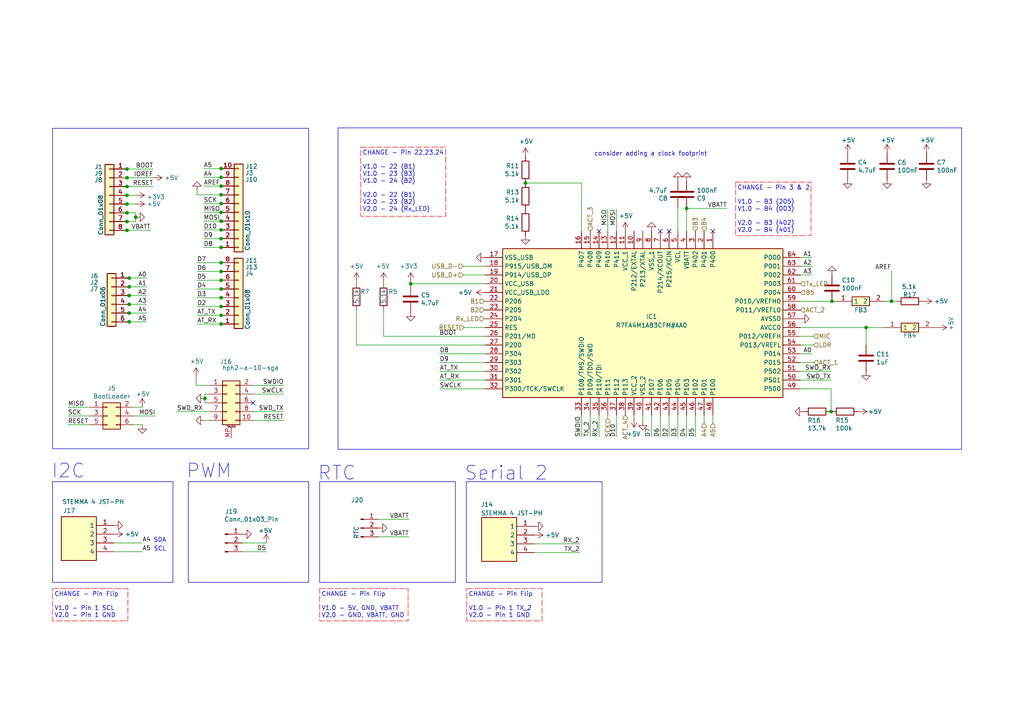
<source format=kicad_sch>
(kicad_sch (version 20231120) (generator "eeschema") (generator_version "8.0")
  (paper "A4")
  (title_block (title "Axiometa SPARK (R4) - MCU") (date "2024-06-25") (rev "R2") (company "Axiometa "))
  (lib_symbols
    (symbol "BLM18PG471SN1D:BLM18PG471SN1D"
      (property "Reference" "FB" (at 16.51 7.62 0))
      (property "Value" "BLM18PG471SN1D" (at 16.51 5.08 0))
      (symbol "BLM18PG471SN1D_1_1"
        (rectangle (start 5.08 1.27) (end 10.16 -1.27) (stroke (width 0.254)) (fill (type background)))
        (pin passive line (at 0 0 0) (length 5.08) (name "1") (number "1"))
        (pin passive line (at 15.24 0 180) (length 5.08) (name "2") (number "2"))
      )
    )
    (symbol "BLM18PG471SN1D_1"
      (property "Reference" "FB" (at 16.51 7.62 0))
      (property "Value" "BLM18PG471SN1D" (at 16.51 5.08 0))
      (symbol "BLM18PG471SN1D_1_1_1"
        (rectangle (start 5.08 1.27) (end 10.16 -1.27) (stroke (width 0.254)) (fill (type background)))
        (pin passive line (at 0 0 0) (length 5.08) (name "1") (number "1"))
        (pin passive line (at 15.24 0 180) (length 5.08) (name "2") (number "2"))
      )
    )
    (symbol "Connector:Conn_01x03_Pin" (pin_names (offset 1.016) hide)
      (property "Reference" "J" (at 0 5.08 0))
      (property "Value" "Conn_01x03_Pin" (at 0 -5.08 0))
      (symbol "Conn_01x03_Pin_1_1"
        (polyline (pts (xy 1.27 -2.54) (xy 0.8636 -2.54)) (stroke (width 0.1524)))
        (polyline (pts (xy 1.27 0) (xy 0.8636 0)) (stroke (width 0.1524)))
        (polyline (pts (xy 1.27 2.54) (xy 0.8636 2.54)) (stroke (width 0.1524)))
        (rectangle (start 0.8636 -2.413) (end 0 -2.667) (stroke (width 0.1524)) (fill (type outline)))
        (rectangle (start 0.8636 0.127) (end 0 -0.127) (stroke (width 0.1524)) (fill (type outline)))
        (rectangle (start 0.8636 2.667) (end 0 2.413) (stroke (width 0.1524)) (fill (type outline)))
        (pin passive line (at 5.08 2.54 180) (length 3.81) (name "Pin_1") (number "1"))
        (pin passive line (at 5.08 0 180) (length 3.81) (name "Pin_2") (number "2"))
        (pin passive line (at 5.08 -2.54 180) (length 3.81) (name "Pin_3") (number "3"))
      )
    )
    (symbol "Connector_Generic:Conn_01x06" (pin_names (offset 1.016) hide)
      (property "Reference" "J" (at 0 7.62 0))
      (property "Value" "Conn_01x06" (at 0 -10.16 0))
      (symbol "Conn_01x06_1_1"
        (rectangle (start -1.27 -7.493) (end 0 -7.747) (stroke (width 0.1524)))
        (rectangle (start -1.27 -4.953) (end 0 -5.207) (stroke (width 0.1524)))
        (rectangle (start -1.27 -2.413) (end 0 -2.667) (stroke (width 0.1524)))
        (rectangle (start -1.27 0.127) (end 0 -0.127) (stroke (width 0.1524)))
        (rectangle (start -1.27 2.667) (end 0 2.413) (stroke (width 0.1524)))
        (rectangle (start -1.27 5.207) (end 0 4.953) (stroke (width 0.1524)))
        (rectangle (start -1.27 6.35) (end 1.27 -8.89) (stroke (width 0.254)) (fill (type background)))
        (pin passive line (at -5.08 5.08 0) (length 3.81) (name "Pin_1") (number "1"))
        (pin passive line (at -5.08 2.54 0) (length 3.81) (name "Pin_2") (number "2"))
        (pin passive line (at -5.08 0 0) (length 3.81) (name "Pin_3") (number "3"))
        (pin passive line (at -5.08 -2.54 0) (length 3.81) (name "Pin_4") (number "4"))
        (pin passive line (at -5.08 -5.08 0) (length 3.81) (name "Pin_5") (number "5"))
        (pin passive line (at -5.08 -7.62 0) (length 3.81) (name "Pin_6") (number "6"))
      )
    )
    (symbol "Connector_Generic:Conn_01x08" (pin_names (offset 1.016) hide)
      (property "Reference" "J" (at 0 10.16 0))
      (property "Value" "Conn_01x08" (at 0 -12.7 0))
      (symbol "Conn_01x08_1_1"
        (rectangle (start -1.27 -10.033) (end 0 -10.287) (stroke (width 0.1524)))
        (rectangle (start -1.27 -7.493) (end 0 -7.747) (stroke (width 0.1524)))
        (rectangle (start -1.27 -4.953) (end 0 -5.207) (stroke (width 0.1524)))
        (rectangle (start -1.27 -2.413) (end 0 -2.667) (stroke (width 0.1524)))
        (rectangle (start -1.27 0.127) (end 0 -0.127) (stroke (width 0.1524)))
        (rectangle (start -1.27 2.667) (end 0 2.413) (stroke (width 0.1524)))
        (rectangle (start -1.27 5.207) (end 0 4.953) (stroke (width 0.1524)))
        (rectangle (start -1.27 7.747) (end 0 7.493) (stroke (width 0.1524)))
        (rectangle (start -1.27 8.89) (end 1.27 -11.43) (stroke (width 0.254)) (fill (type background)))
        (pin passive line (at -5.08 7.62 0) (length 3.81) (name "Pin_1") (number "1"))
        (pin passive line (at -5.08 5.08 0) (length 3.81) (name "Pin_2") (number "2"))
        (pin passive line (at -5.08 2.54 0) (length 3.81) (name "Pin_3") (number "3"))
        (pin passive line (at -5.08 0 0) (length 3.81) (name "Pin_4") (number "4"))
        (pin passive line (at -5.08 -2.54 0) (length 3.81) (name "Pin_5") (number "5"))
        (pin passive line (at -5.08 -5.08 0) (length 3.81) (name "Pin_6") (number "6"))
        (pin passive line (at -5.08 -7.62 0) (length 3.81) (name "Pin_7") (number "7"))
        (pin passive line (at -5.08 -10.16 0) (length 3.81) (name "Pin_8") (number "8"))
      )
    )
    (symbol "Connector_Generic:Conn_01x10" (pin_names (offset 1.016) hide)
      (property "Reference" "J" (at 0 12.7 0))
      (property "Value" "Conn_01x10" (at 0 -15.24 0))
      (symbol "Conn_01x10_1_1"
        (rectangle (start -1.27 -12.573) (end 0 -12.827) (stroke (width 0.1524)))
        (rectangle (start -1.27 -10.033) (end 0 -10.287) (stroke (width 0.1524)))
        (rectangle (start -1.27 -7.493) (end 0 -7.747) (stroke (width 0.1524)))
        (rectangle (start -1.27 -4.953) (end 0 -5.207) (stroke (width 0.1524)))
        (rectangle (start -1.27 -2.413) (end 0 -2.667) (stroke (width 0.1524)))
        (rectangle (start -1.27 0.127) (end 0 -0.127) (stroke (width 0.1524)))
        (rectangle (start -1.27 2.667) (end 0 2.413) (stroke (width 0.1524)))
        (rectangle (start -1.27 5.207) (end 0 4.953) (stroke (width 0.1524)))
        (rectangle (start -1.27 7.747) (end 0 7.493) (stroke (width 0.1524)))
        (rectangle (start -1.27 10.287) (end 0 10.033) (stroke (width 0.1524)))
        (rectangle (start -1.27 11.43) (end 1.27 -13.97) (stroke (width 0.254)) (fill (type background)))
        (pin passive line (at -5.08 10.16 0) (length 3.81) (name "Pin_1") (number "1"))
        (pin passive line (at -5.08 -12.7 0) (length 3.81) (name "Pin_10") (number "10"))
        (pin passive line (at -5.08 7.62 0) (length 3.81) (name "Pin_2") (number "2"))
        (pin passive line (at -5.08 5.08 0) (length 3.81) (name "Pin_3") (number "3"))
        (pin passive line (at -5.08 2.54 0) (length 3.81) (name "Pin_4") (number "4"))
        (pin passive line (at -5.08 0 0) (length 3.81) (name "Pin_5") (number "5"))
        (pin passive line (at -5.08 -2.54 0) (length 3.81) (name "Pin_6") (number "6"))
        (pin passive line (at -5.08 -5.08 0) (length 3.81) (name "Pin_7") (number "7"))
        (pin passive line (at -5.08 -7.62 0) (length 3.81) (name "Pin_8") (number "8"))
        (pin passive line (at -5.08 -10.16 0) (length 3.81) (name "Pin_9") (number "9"))
      )
    )
    (symbol "Connector_Generic:Conn_02x03_Odd_Even" (pin_names (offset 1.016) hide)
      (property "Reference" "J" (at 1.27 5.08 0))
      (property "Value" "Conn_02x03_Odd_Even" (at 1.27 -5.08 0))
      (symbol "Conn_02x03_Odd_Even_1_1"
        (rectangle (start -1.27 -2.413) (end 0 -2.667) (stroke (width 0.1524)))
        (rectangle (start -1.27 0.127) (end 0 -0.127) (stroke (width 0.1524)))
        (rectangle (start -1.27 2.667) (end 0 2.413) (stroke (width 0.1524)))
        (rectangle (start -1.27 3.81) (end 3.81 -3.81) (stroke (width 0.254)) (fill (type background)))
        (rectangle (start 3.81 -2.413) (end 2.54 -2.667) (stroke (width 0.1524)))
        (rectangle (start 3.81 0.127) (end 2.54 -0.127) (stroke (width 0.1524)))
        (rectangle (start 3.81 2.667) (end 2.54 2.413) (stroke (width 0.1524)))
        (pin passive line (at -5.08 2.54 0) (length 3.81) (name "Pin_1") (number "1"))
        (pin passive line (at 7.62 2.54 180) (length 3.81) (name "Pin_2") (number "2"))
        (pin passive line (at -5.08 0 0) (length 3.81) (name "Pin_3") (number "3"))
        (pin passive line (at 7.62 0 180) (length 3.81) (name "Pin_4") (number "4"))
        (pin passive line (at -5.08 -2.54 0) (length 3.81) (name "Pin_5") (number "5"))
        (pin passive line (at 7.62 -2.54 180) (length 3.81) (name "Pin_6") (number "6"))
      )
    )
    (symbol "Connector_Generic_MountingPin:Conn_02x05_Odd_Even_MountingPin" (pin_names (offset 1.016) hide)
      (property "Reference" "J" (at 1.27 7.62 0))
      (property "Value" "Conn_02x05_Odd_Even_MountingPin" (at 2.54 -7.62 0))
      (symbol "Conn_02x05_Odd_Even_MountingPin_1_1"
        (rectangle (start -1.27 -4.953) (end 0 -5.207) (stroke (width 0.1524)))
        (rectangle (start -1.27 -2.413) (end 0 -2.667) (stroke (width 0.1524)))
        (rectangle (start -1.27 0.127) (end 0 -0.127) (stroke (width 0.1524)))
        (rectangle (start -1.27 2.667) (end 0 2.413) (stroke (width 0.1524)))
        (rectangle (start -1.27 5.207) (end 0 4.953) (stroke (width 0.1524)))
        (rectangle (start -1.27 6.35) (end 3.81 -6.35) (stroke (width 0.254)) (fill (type background)))
        (polyline (pts (xy 0.254 -7.112) (xy 2.286 -7.112)) (stroke (width 0.1524)))
        (rectangle (start 3.81 -4.953) (end 2.54 -5.207) (stroke (width 0.1524)))
        (rectangle (start 3.81 -2.413) (end 2.54 -2.667) (stroke (width 0.1524)))
        (rectangle (start 3.81 0.127) (end 2.54 -0.127) (stroke (width 0.1524)))
        (rectangle (start 3.81 2.667) (end 2.54 2.413) (stroke (width 0.1524)))
        (rectangle (start 3.81 5.207) (end 2.54 4.953) (stroke (width 0.1524)))
        (text "Mounting" (at 1.27 -6.731 0) (effects (font (size 0.381 0.381))))
        (pin passive line (at -5.08 5.08 0) (length 3.81) (name "Pin_1") (number "1"))
        (pin passive line (at 7.62 -5.08 180) (length 3.81) (name "Pin_10") (number "10"))
        (pin passive line (at 7.62 5.08 180) (length 3.81) (name "Pin_2") (number "2"))
        (pin passive line (at -5.08 2.54 0) (length 3.81) (name "Pin_3") (number "3"))
        (pin passive line (at 7.62 2.54 180) (length 3.81) (name "Pin_4") (number "4"))
        (pin passive line (at -5.08 0 0) (length 3.81) (name "Pin_5") (number "5"))
        (pin passive line (at 7.62 0 180) (length 3.81) (name "Pin_6") (number "6"))
        (pin passive line (at -5.08 -2.54 0) (length 3.81) (name "Pin_7") (number "7"))
        (pin passive line (at 7.62 -2.54 180) (length 3.81) (name "Pin_8") (number "8"))
        (pin passive line (at -5.08 -5.08 0) (length 3.81) (name "Pin_9") (number "9"))
        (pin passive line (at 1.27 -10.16 90) (length 3.048) (name "MountPin") (number "MP"))
      )
    )
    (symbol "Device:C" (pin_numbers hide) (pin_names (offset 0.254))
      (property "Reference" "C" (at 0.635 2.54 0))
      (property "Value" "C" (at 0.635 -2.54 0))
      (symbol "C_0_1"
        (polyline (pts (xy -2.032 -0.762) (xy 2.032 -0.762)) (stroke (width 0.508)))
        (polyline (pts (xy -2.032 0.762) (xy 2.032 0.762)) (stroke (width 0.508)))
      )
      (symbol "C_1_1"
        (pin passive line (at 0 3.81 270) (length 2.794) (name "~") (number "1"))
        (pin passive line (at 0 -3.81 90) (length 2.794) (name "~") (number "2"))
      )
    )
    (symbol "Device:R" (pin_numbers hide) (pin_names (offset 0))
      (property "Reference" "R" (at 2.032 0 90))
      (property "Value" "R" (at 0 0 90))
      (symbol "R_0_1"
        (rectangle (start -1.016 -2.54) (end 1.016 2.54) (stroke (width 0.254)))
      )
      (symbol "R_1_1"
        (pin passive line (at 0 3.81 270) (length 1.27) (name "~") (number "1"))
        (pin passive line (at 0 -3.81 90) (length 1.27) (name "~") (number "2"))
      )
    )
    (symbol "R7FA4M1AB3CFM#AA0:R7FA4M1AB3CFM#AA0"
      (property "Reference" "IC" (at 49.53 25.4 0))
      (property "Value" "R7FA4M1AB3CFM#AA0" (at 49.53 22.86 0))
      (symbol "R7FA4M1AB3CFM#AA0_1_1"
        (rectangle (start 5.08 20.32) (end 48.26 -60.96) (stroke (width 0.254)) (fill (type background)))
        (pin passive line (at 0 0 0) (length 5.08) (name "P400") (number "1"))
        (pin passive line (at 0 -22.86 0) (length 5.08) (name "P212/EXTAL") (number "10"))
        (pin passive line (at 0 -25.4 0) (length 5.08) (name "VCC_1") (number "11"))
        (pin passive line (at 0 -27.94 0) (length 5.08) (name "P411") (number "12"))
        (pin passive line (at 0 -30.48 0) (length 5.08) (name "P410") (number "13"))
        (pin passive line (at 0 -33.02 0) (length 5.08) (name "P409") (number "14"))
        (pin passive line (at 0 -35.56 0) (length 5.08) (name "P408") (number "15"))
        (pin passive line (at 0 -38.1 0) (length 5.08) (name "P407") (number "16"))
        (pin passive line (at 7.62 -66.04 90) (length 5.08) (name "VSS_USB") (number "17"))
        (pin passive line (at 10.16 -66.04 90) (length 5.08) (name "P915/USB_DM") (number "18"))
        (pin passive line (at 12.7 -66.04 90) (length 5.08) (name "P914/USB_DP") (number "19"))
        (pin passive line (at 0 -2.54 0) (length 5.08) (name "P401") (number "2"))
        (pin passive line (at 15.24 -66.04 90) (length 5.08) (name "VCC_USB") (number "20"))
        (pin passive line (at 17.78 -66.04 90) (length 5.08) (name "VCC_USB_LDO") (number "21"))
        (pin passive line (at 20.32 -66.04 90) (length 5.08) (name "P206") (number "22"))
        (pin passive line (at 22.86 -66.04 90) (length 5.08) (name "P205") (number "23"))
        (pin passive line (at 25.4 -66.04 90) (length 5.08) (name "P204") (number "24"))
        (pin passive line (at 27.94 -66.04 90) (length 5.08) (name "RES") (number "25"))
        (pin passive line (at 30.48 -66.04 90) (length 5.08) (name "P201/MD") (number "26"))
        (pin passive line (at 33.02 -66.04 90) (length 5.08) (name "P200") (number "27"))
        (pin passive line (at 35.56 -66.04 90) (length 5.08) (name "P304") (number "28"))
        (pin passive line (at 38.1 -66.04 90) (length 5.08) (name "P303") (number "29"))
        (pin passive line (at 0 -5.08 0) (length 5.08) (name "P402") (number "3"))
        (pin passive line (at 40.64 -66.04 90) (length 5.08) (name "P302") (number "30"))
        (pin passive line (at 43.18 -66.04 90) (length 5.08) (name "P301") (number "31"))
        (pin passive line (at 45.72 -66.04 90) (length 5.08) (name "P300/TCK/SWCLK") (number "32"))
        (pin passive line (at 53.34 -38.1 180) (length 5.08) (name "P108/TMS/SWDIO") (number "33"))
        (pin passive line (at 53.34 -35.56 180) (length 5.08) (name "P109/TDO/SWO") (number "34"))
        (pin passive line (at 53.34 -33.02 180) (length 5.08) (name "P110/TDI") (number "35"))
        (pin passive line (at 53.34 -30.48 180) (length 5.08) (name "P111") (number "36"))
        (pin passive line (at 53.34 -27.94 180) (length 5.08) (name "P112") (number "37"))
        (pin passive line (at 53.34 -25.4 180) (length 5.08) (name "P113") (number "38"))
        (pin passive line (at 53.34 -22.86 180) (length 5.08) (name "VCC_2") (number "39"))
        (pin passive line (at 0 -7.62 0) (length 5.08) (name "VBATT") (number "4"))
        (pin passive line (at 53.34 -20.32 180) (length 5.08) (name "VSS_2") (number "40"))
        (pin passive line (at 53.34 -17.78 180) (length 5.08) (name "P107") (number "41"))
        (pin passive line (at 53.34 -15.24 180) (length 5.08) (name "P106") (number "42"))
        (pin passive line (at 53.34 -12.7 180) (length 5.08) (name "P105") (number "43"))
        (pin passive line (at 53.34 -10.16 180) (length 5.08) (name "P104") (number "44"))
        (pin passive line (at 53.34 -7.62 180) (length 5.08) (name "P103") (number "45"))
        (pin passive line (at 53.34 -5.08 180) (length 5.08) (name "P102") (number "46"))
        (pin passive line (at 53.34 -2.54 180) (length 5.08) (name "P101") (number "47"))
        (pin passive line (at 53.34 0 180) (length 5.08) (name "P100") (number "48"))
        (pin passive line (at 45.72 25.4 270) (length 5.08) (name "P500") (number "49"))
        (pin passive line (at 0 -10.16 0) (length 5.08) (name "VCL") (number "5"))
        (pin passive line (at 43.18 25.4 270) (length 5.08) (name "P501") (number "50"))
        (pin passive line (at 40.64 25.4 270) (length 5.08) (name "P502") (number "51"))
        (pin passive line (at 38.1 25.4 270) (length 5.08) (name "P015") (number "52"))
        (pin passive line (at 35.56 25.4 270) (length 5.08) (name "P014") (number "53"))
        (pin passive line (at 33.02 25.4 270) (length 5.08) (name "P013/VREFL") (number "54"))
        (pin passive line (at 30.48 25.4 270) (length 5.08) (name "P012/VREFH") (number "55"))
        (pin passive line (at 27.94 25.4 270) (length 5.08) (name "AVCC0") (number "56"))
        (pin passive line (at 25.4 25.4 270) (length 5.08) (name "AVSS0") (number "57"))
        (pin passive line (at 22.86 25.4 270) (length 5.08) (name "P011/VREFL0") (number "58"))
        (pin passive line (at 20.32 25.4 270) (length 5.08) (name "P010/VREFH0") (number "59"))
        (pin passive line (at 0 -12.7 0) (length 5.08) (name "P215/XCIN") (number "6"))
        (pin passive line (at 17.78 25.4 270) (length 5.08) (name "P004") (number "60"))
        (pin passive line (at 15.24 25.4 270) (length 5.08) (name "P003") (number "61"))
        (pin passive line (at 12.7 25.4 270) (length 5.08) (name "P002") (number "62"))
        (pin passive line (at 10.16 25.4 270) (length 5.08) (name "P001") (number "63"))
        (pin passive line (at 7.62 25.4 270) (length 5.08) (name "P000") (number "64"))
        (pin passive line (at 0 -15.24 0) (length 5.08) (name "P214/XCOUT") (number "7"))
        (pin passive line (at 0 -17.78 0) (length 5.08) (name "VSS_1") (number "8"))
        (pin passive line (at 0 -20.32 0) (length 5.08) (name "P213/XTAL") (number "9"))
      )
    )
    (symbol "S4B-PH-SM4-TB_LF__SN_:S4B-PH-SM4-TB_LF__SN_"
      (property "Reference" "J" (at 16.51 7.62 0))
      (property "Value" "S4B-PH-SM4-TB_LF__SN_" (at 16.51 5.08 0))
      (symbol "S4B-PH-SM4-TB_LF__SN__1_1"
        (rectangle (start 5.08 2.54) (end 15.24 -10.16) (stroke (width 0.254)) (fill (type background)))
        (pin passive line (at 0 0 0) (length 5.08) (name "1") (number "1"))
        (pin passive line (at 0 -2.54 0) (length 5.08) (name "2") (number "2"))
        (pin passive line (at 0 -5.08 0) (length 5.08) (name "3") (number "3"))
        (pin passive line (at 0 -7.62 0) (length 5.08) (name "4") (number "4"))
      )
    )
    (symbol "power:+3.3V" (power) (pin_names (offset 0))
      (property "Value" "+3.3V" (at 0 3.556 0))
      (symbol "+3.3V_0_1"
        (polyline (pts (xy -0.762 1.27) (xy 0 2.54)))
        (polyline (pts (xy 0 0) (xy 0 2.54)))
        (polyline (pts (xy 0 2.54) (xy 0.762 1.27)))
      )
      (symbol "+3.3V_1_1"
        (pin power_in line (at 0 0 90) (length 0) hide (name "+3V3") (number "1"))
      )
    )
    (symbol "power:+5V" (power) (pin_names (offset 0))
      (property "Value" "+5V" (at 0 3.556 0))
      (symbol "+5V_0_1"
        (polyline (pts (xy -0.762 1.27) (xy 0 2.54)))
        (polyline (pts (xy 0 0) (xy 0 2.54)))
        (polyline (pts (xy 0 2.54) (xy 0.762 1.27)))
      )
      (symbol "+5V_1_1"
        (pin power_in line (at 0 0 90) (length 0) hide (name "+5V") (number "1"))
      )
    )
    (symbol "power:GND" (power) (pin_names (offset 0))
      (property "Value" "GND" (at 0 -3.81 0))
      (symbol "GND_0_1"
        (polyline (pts (xy 0 0) (xy 0 -1.27) (xy 1.27 -1.27) (xy 0 -2.54) (xy -1.27 -1.27) (xy 0 -1.27)))
      )
      (symbol "GND_1_1"
        (pin power_in line (at 0 0 270) (length 0) hide (name "GND") (number "1"))
      )
    )
  )
  (junction (at 64.135 59.055))
  (junction (at 64.135 64.135))
  (junction (at 64.135 48.895))
  (junction (at 241.046 119.38))
  (junction (at 119.126 82.296))
  (junction (at 64.135 53.975))
  (junction (at 37.465 83.185))
  (junction (at 64.135 69.215))
  (junction (at 36.83 54.102))
  (junction (at 64.135 56.515))
  (junction (at 199.136 60.452))
  (junction (at 36.83 61.722))
  (junction (at 64.135 78.74))
  (junction (at 36.83 66.802))
  (junction (at 64.135 61.595))
  (junction (at 64.135 76.2))
  (junction (at 64.135 66.675))
  (junction (at 64.135 86.36))
  (junction (at 36.83 59.182))
  (junction (at 64.135 71.755))
  (junction (at 251.206 94.996))
  (junction (at 64.135 93.98))
  (junction (at 37.465 80.645))
  (junction (at 36.83 49.022))
  (junction (at 64.135 51.435))
  (junction (at 241.3 87.376))
  (junction (at 37.465 88.265))
  (junction (at 258.572 87.376))
  (junction (at 59.436 115.57))
  (junction (at 64.135 81.28))
  (junction (at 36.83 56.642))
  (junction (at 36.83 64.262))
  (junction (at 37.465 85.725))
  (junction (at 152.4 53.086))
  (junction (at 37.465 90.805))
  (junction (at 64.135 83.82))
  (junction (at 36.83 51.562))
  (junction (at 39.37 62.992))
  (junction (at 64.135 88.9))
  (junction (at 37.465 93.345))
  (junction (at 64.135 91.44))
  (no_connect (at 194.056 67.056))
  (no_connect (at 73.406 116.84))
  (no_connect (at 191.516 67.056))
  (no_connect (at 206.756 67.056))
  (no_connect (at 173.736 67.056))
  (wire (pts (xy 36.83 64.262) (xy 39.37 64.262)))
  (wire (pts (xy 57.15 88.9) (xy 64.135 88.9)))
  (wire (pts (xy 36.83 61.722) (xy 39.37 61.722)))
  (wire (pts (xy 60.706 114.3) (xy 59.436 114.3)))
  (wire (pts (xy 134.62 94.996) (xy 140.716 94.996)))
  (wire (pts (xy 183.896 121.412) (xy 183.896 120.396)))
  (wire (pts (xy 134.366 77.216) (xy 140.716 77.216)))
  (wire (pts (xy 57.15 86.36) (xy 64.135 86.36)))
  (wire (pts (xy 56.896 111.76) (xy 60.706 111.76)))
  (wire (pts (xy 258.572 78.486) (xy 258.572 87.376)))
  (polyline (pts (xy 135.255 168.91) (xy 174.625 168.91)))
  (wire (pts (xy 37.465 88.265) (xy 42.545 88.265)))
  (polyline (pts (xy 92.71 139.7) (xy 92.71 168.91)))
  (wire (pts (xy 57.15 76.2) (xy 64.135 76.2)))
  (wire (pts (xy 257.302 87.376) (xy 258.572 87.376)))
  (polyline (pts (xy 50.165 139.7) (xy 50.165 168.91)))
  (wire (pts (xy 241.3 119.38) (xy 241.046 119.38)))
  (wire (pts (xy 82.296 111.76) (xy 73.406 111.76)))
  (wire (pts (xy 41.275 118.11) (xy 38.735 118.11)))
  (wire (pts (xy 186.436 122.174) (xy 186.436 120.396)))
  (wire (pts (xy 140.462 89.916) (xy 140.716 89.916)))
  (wire (pts (xy 210.82 60.452) (xy 199.136 60.452)))
  (wire (pts (xy 103.378 89.916) (xy 103.378 100.076)))
  (wire (pts (xy 251.206 94.996) (xy 251.206 100.076)))
  (wire (pts (xy 57.15 81.28) (xy 64.135 81.28)))
  (wire (pts (xy 134.366 79.756) (xy 140.716 79.756)))
  (polyline (pts (xy 174.625 139.7) (xy 174.625 168.91)))
  (wire (pts (xy 235.966 100.076) (xy 232.156 100.076)))
  (wire (pts (xy 37.465 80.645) (xy 42.545 80.645)))
  (wire (pts (xy 241.046 119.38) (xy 240.792 119.38)))
  (wire (pts (xy 199.136 60.198) (xy 199.136 60.452)))
  (wire (pts (xy 127.508 110.236) (xy 140.716 110.236)))
  (wire (pts (xy 140.462 87.376) (xy 140.716 87.376)))
  (wire (pts (xy 127.508 105.156) (xy 140.716 105.156)))
  (wire (pts (xy 60.706 116.84) (xy 59.436 116.84)))
  (wire (pts (xy 51.308 119.38) (xy 60.706 119.38)))
  (wire (pts (xy 82.296 114.3) (xy 73.406 114.3)))
  (wire (pts (xy 59.436 116.84) (xy 59.436 115.57)))
  (wire (pts (xy 111.252 97.536) (xy 140.716 97.536)))
  (wire (pts (xy 154.94 160.274) (xy 168.148 160.274)))
  (wire (pts (xy 59.055 48.895) (xy 64.135 48.895)))
  (polyline (pts (xy 15.24 168.91) (xy 50.165 168.91)))
  (wire (pts (xy 194.056 126.746) (xy 194.056 120.396)))
  (polyline (pts (xy 92.71 168.91) (xy 132.08 168.91)))
  (wire (pts (xy 154.94 157.734) (xy 168.148 157.734)))
  (wire (pts (xy 178.816 126.746) (xy 178.816 120.396)))
  (wire (pts (xy 119.126 81.661) (xy 119.126 82.296)))
  (wire (pts (xy 152.4 53.086) (xy 168.656 53.086)))
  (wire (pts (xy 37.465 85.725) (xy 42.545 85.725)))
  (wire (pts (xy 173.736 126.746) (xy 173.736 120.396)))
  (wire (pts (xy 19.685 120.65) (xy 26.035 120.65)))
  (wire (pts (xy 119.126 82.296) (xy 140.716 82.296)))
  (wire (pts (xy 241.046 110.236) (xy 232.156 110.236)))
  (wire (pts (xy 235.966 105.156) (xy 232.156 105.156)))
  (wire (pts (xy 168.656 67.056) (xy 168.656 53.086)))
  (wire (pts (xy 59.055 69.215) (xy 64.135 69.215)))
  (wire (pts (xy 103.378 82.296) (xy 103.378 81.661)))
  (wire (pts (xy 199.136 120.396) (xy 199.136 126.746)))
  (wire (pts (xy 19.685 118.11) (xy 26.035 118.11)))
  (wire (pts (xy 57.15 55.245) (xy 57.15 56.515)))
  (wire (pts (xy 204.216 122.809) (xy 204.216 120.396)))
  (wire (pts (xy 36.83 56.642) (xy 39.37 56.642)))
  (polyline (pts (xy 54.61 168.91) (xy 89.535 168.91)))
  (wire (pts (xy 201.676 120.396) (xy 201.676 126.746)))
  (wire (pts (xy 241.046 112.776) (xy 241.046 119.38)))
  (wire (pts (xy 77.216 157.48) (xy 70.358 157.48)))
  (wire (pts (xy 77.216 160.02) (xy 70.358 160.02)))
  (wire (pts (xy 191.516 120.396) (xy 191.516 126.746)))
  (wire (pts (xy 36.83 66.802) (xy 43.688 66.802)))
  (wire (pts (xy 140.462 92.456) (xy 140.716 92.456)))
  (wire (pts (xy 59.055 61.595) (xy 64.135 61.595)))
  (wire (pts (xy 119.126 82.296) (xy 119.126 82.931)))
  (wire (pts (xy 57.15 78.74) (xy 64.135 78.74)))
  (wire (pts (xy 59.055 51.435) (xy 64.135 51.435)))
  (wire (pts (xy 39.37 64.262) (xy 39.37 62.992)))
  (wire (pts (xy 36.83 51.562) (xy 44.45 51.562)))
  (polyline (pts (xy 132.08 139.7) (xy 132.08 168.91)))
  (wire (pts (xy 127.508 102.616) (xy 140.716 102.616)))
  (wire (pts (xy 168.656 126.746) (xy 168.656 120.396)))
  (wire (pts (xy 196.596 60.198) (xy 196.596 67.056)))
  (wire (pts (xy 188.976 120.396) (xy 188.976 126.746)))
  (wire (pts (xy 235.966 97.536) (xy 232.156 97.536)))
  (wire (pts (xy 36.83 54.102) (xy 44.45 54.102)))
  (wire (pts (xy 251.206 94.996) (xy 256.286 94.996)))
  (wire (pts (xy 241.046 107.696) (xy 232.156 107.696)))
  (wire (pts (xy 73.406 119.38) (xy 82.296 119.38)))
  (wire (pts (xy 37.465 83.185) (xy 42.545 83.185)))
  (wire (pts (xy 59.055 64.135) (xy 64.135 64.135)))
  (polyline (pts (xy 135.255 139.7) (xy 135.255 168.91)))
  (wire (pts (xy 127.508 112.776) (xy 140.716 112.776)))
  (wire (pts (xy 19.685 123.19) (xy 26.035 123.19)))
  (wire (pts (xy 36.83 49.022) (xy 44.45 49.022)))
  (polyline (pts (xy 50.165 139.7) (xy 15.24 139.7)))
  (polyline (pts (xy 89.535 139.7) (xy 89.535 168.91)))
  (wire (pts (xy 176.276 121.412) (xy 176.276 120.396)))
  (wire (pts (xy 235.458 74.676) (xy 232.156 74.676)))
  (wire (pts (xy 206.756 122.809) (xy 206.756 120.396)))
  (wire (pts (xy 57.15 93.98) (xy 64.135 93.98)))
  (wire (pts (xy 57.15 83.82) (xy 64.135 83.82)))
  (wire (pts (xy 241.3 87.376) (xy 242.062 87.376)))
  (wire (pts (xy 45.085 120.65) (xy 38.735 120.65)))
  (wire (pts (xy 59.055 66.675) (xy 64.135 66.675)))
  (wire (pts (xy 258.572 87.376) (xy 260.096 87.376)))
  (wire (pts (xy 39.37 61.722) (xy 39.37 62.992)))
  (wire (pts (xy 111.252 82.296) (xy 111.252 81.661)))
  (wire (pts (xy 82.296 121.92) (xy 73.406 121.92)))
  (wire (pts (xy 57.15 91.44) (xy 64.135 91.44)))
  (wire (pts (xy 59.055 53.975) (xy 64.135 53.975)))
  (wire (pts (xy 235.458 79.756) (xy 232.156 79.756)))
  (wire (pts (xy 59.436 121.92) (xy 60.706 121.92)))
  (wire (pts (xy 235.458 77.216) (xy 232.156 77.216)))
  (polyline (pts (xy 174.625 139.7) (xy 135.255 139.7)))
  (wire (pts (xy 118.618 155.702) (xy 109.728 155.702)))
  (wire (pts (xy 103.378 100.076) (xy 140.716 100.076)))
  (wire (pts (xy 37.465 93.345) (xy 42.545 93.345)))
  (wire (pts (xy 178.816 67.056) (xy 178.816 60.706)))
  (wire (pts (xy 59.055 59.055) (xy 64.135 59.055)))
  (wire (pts (xy 232.156 94.996) (xy 251.206 94.996)))
  (wire (pts (xy 235.458 102.616) (xy 232.156 102.616)))
  (wire (pts (xy 56.896 109.22) (xy 56.896 111.76)))
  (wire (pts (xy 59.436 114.3) (xy 59.436 115.57)))
  (polyline (pts (xy 15.24 139.7) (xy 15.24 168.91)))
  (wire (pts (xy 33.02 160.02) (xy 41.275 160.02)))
  (wire (pts (xy 36.83 59.182) (xy 39.37 59.182)))
  (wire (pts (xy 37.465 90.805) (xy 42.545 90.805)))
  (wire (pts (xy 196.596 120.396) (xy 196.596 126.746)))
  (wire (pts (xy 171.196 126.746) (xy 171.196 120.396)))
  (wire (pts (xy 57.15 56.515) (xy 64.135 56.515)))
  (polyline (pts (xy 132.08 139.7) (xy 92.71 139.7)))
  (wire (pts (xy 271.526 94.996) (xy 272.034 94.996)))
  (wire (pts (xy 241.046 112.776) (xy 232.156 112.776)))
  (wire (pts (xy 41.275 157.48) (xy 33.02 157.48)))
  (wire (pts (xy 59.055 71.755) (xy 64.135 71.755)))
  (wire (pts (xy 111.252 89.916) (xy 111.252 97.536)))
  (wire (pts (xy 127.508 107.696) (xy 140.716 107.696)))
  (wire (pts (xy 199.136 60.452) (xy 199.136 67.056)))
  (wire (pts (xy 41.275 123.19) (xy 38.735 123.19)))
  (polyline (pts (xy 54.61 139.7) (xy 54.61 168.91)))
  (wire (pts (xy 232.156 87.376) (xy 241.3 87.376)))
  (wire (pts (xy 118.618 150.622) (xy 109.728 150.622)))
  (polyline (pts (xy 89.535 139.7) (xy 54.61 139.7)))
  (wire (pts (xy 176.276 67.056) (xy 176.276 60.706)))
  (rectangle (start 15.24 170.688) (end 37.084 180.086) (stroke (width 0) (type dash) (color 255 0 0 1)))
  (rectangle (start 98.044 37.084) (end 278.892 130.302))
  (rectangle (start 92.71 170.688) (end 118.364 180.086) (stroke (width 0) (type dash) (color 255 0 0 1)))
  (rectangle (start 213.36 52.832) (end 235.204 68.326) (stroke (width 0) (type dash) (color 255 0 0 1)))
  (rectangle (start 104.648 42.672) (end 129.286 62.738) (stroke (width 0) (type dash) (color 255 0 0 1)))
  (rectangle (start 135.382 170.688) (end 157.226 180.086) (stroke (width 0) (type dash) (color 255 0 0 1)))
  (rectangle (start 15.24 37.211) (end 89.535 130.175))
  (text "I2C" (at 24.765 139.065 0) (effects (font (size 4 4)) (justify right bottom)))
  (text "RTC" (at 92.075 139.7 0) (effects (font (size 4 4)) (justify left bottom)))
  (text "CHANGE - Pin Flip\n\nV1.0 - 5V, GND, VBATT\nV2.0 - GND, VBATT, GND" (at 93.218 171.704 0) (effects (font (size 1.27 1.27)) (justify left top)))
  (text "consider adding a clock footprint\n" (at 188.722 44.704 0) (effects (font (size 1.27 1.27))))
  (text "PWM" (at 67.31 139.065 0) (effects (font (size 4 4)) (justify right bottom)))
  (text "Serial 2" (at 134.62 139.7 0) (effects (font (size 4 4)) (justify left bottom)))
  (text "SDA" (at 48.26 157.48 0) (effects (font (size 1.27 1.27)) (justify right bottom)))
  (text "CHANGE - Pin Flip\n\nV1.0 - Pin 1 SCL\nV2.0 - Pin 1 GND" (at 15.748 171.704 0) (effects (font (size 1.27 1.27)) (justify left top)))
  (text "SCL" (at 48.26 160.02 0) (effects (font (size 1.27 1.27)) (justify right bottom)))
  (text "CHANGE - Pin Flip\n\nV1.0 - Pin 1 TX_2\nV2.0 - Pin 1 GND" (at 135.89 171.704 0) (effects (font (size 1.27 1.27)) (justify left top)))
  (text "CHANGE - Pin 3 & 2\n\nV1.0 - B3 (205)\nV1.0 - B4 (003)\n\nV2.0 - B3 (402)\nV2.0 - B4 (401)" (at 213.868 53.848 0) (effects (font (size 1.27 1.27)) (justify left top)))
  (text "CHANGE - Pin 22,23,24\n\nV1.0 - 22 (B1)\nV1.0 - 23 (B3)\nV1.0 - 24 (B2)\n\nV2.0 - 22 (B1)\nV2.0 - 23 (B2)\nV2.0 - 24 (Rx_LED)" (at 105.156 43.688 0) (effects (font (size 1.27 1.27)) (justify left top)))
  (label "A3" (at 235.458 79.756 180))
  (label "A1" (at 42.545 83.185 180))
  (label "SWD_TX" (at 82.296 119.38 180))
  (label "AT_TX" (at 57.15 91.44 0))
  (label "D9" (at 127.508 105.156 0))
  (label "D4" (at 199.136 126.746 90))
  (label "VBATT" (at 43.688 66.802 180))
  (label "AREF" (at 59.055 53.975 0))
  (label "AT_TX" (at 127.508 107.696 0))
  (label "D7" (at 57.15 76.2 0))
  (label "D3" (at 196.596 126.746 90))
  (label "SWDIO" (at 82.296 111.76 180))
  (label "AT_RX" (at 127.508 110.236 0))
  (label "VBATT" (at 118.618 150.622 180))
  (label "A3" (at 42.545 88.265 180))
  (label "RX_2" (at 173.736 126.746 90))
  (label "A0" (at 42.545 80.645 180))
  (label "MOSI" (at 59.055 64.135 0))
  (label "AT_RX" (at 57.15 93.98 0))
  (label "SWD_RX" (at 51.308 119.38 0))
  (label "RESET" (at 82.296 121.92 180))
  (label "D5" (at 57.15 81.28 0))
  (label "D5" (at 77.216 160.02 180))
  (label "RESET" (at 44.45 54.102 180))
  (label "RX_2" (at 168.148 157.734 180))
  (label "RESET" (at 19.685 123.19 0))
  (label "MISO" (at 176.276 60.706 270))
  (label "D6" (at 57.15 78.74 0))
  (label "D9" (at 59.055 69.215 0))
  (label "SCK" (at 59.055 59.055 0))
  (label "A5" (at 41.275 160.02 0))
  (label "SWCLK" (at 127.508 112.776 0))
  (label "MISO" (at 59.055 61.595 0))
  (label "D4" (at 57.15 83.82 0))
  (label "BOOT" (at 127.381 97.536 0))
  (label "MOSI" (at 178.816 60.706 270))
  (label "D8" (at 127.508 102.616 0))
  (label "A5" (at 59.055 48.895 0))
  (label "SWD_RX" (at 241.046 107.696 180))
  (label "TX_2" (at 168.148 160.274 180))
  (label "A5" (at 42.545 93.345 180))
  (label "D8" (at 59.055 71.755 0))
  (label "D2" (at 57.15 88.9 0))
  (label "IOREF" (at 44.45 51.562 180))
  (label "TX_2" (at 171.196 126.746 90))
  (label "A0" (at 235.458 102.616 180))
  (label "A2" (at 42.545 85.725 180))
  (label "D2" (at 194.056 126.746 90))
  (label "SCK" (at 19.685 120.65 0))
  (label "D3" (at 57.15 86.36 0))
  (label "A4" (at 59.055 51.435 0))
  (label "VBATT" (at 118.618 155.702 180))
  (label "VBATT" (at 210.82 60.452 180))
  (label "D10" (at 59.055 66.675 0))
  (label "SWDIO" (at 168.656 126.746 90))
  (label "D10" (at 178.816 126.746 90))
  (label "A4" (at 41.275 157.48 0))
  (label "A4" (at 42.545 90.805 180))
  (label "D5" (at 201.676 126.746 90))
  (label "AREF" (at 258.572 78.486 180))
  (label "SWD_TX" (at 241.046 110.236 180))
  (label "D7" (at 188.976 126.746 90))
  (label "A1" (at 235.458 74.676 180))
  (label "BOOT" (at 44.45 49.022 180))
  (label "MOSI" (at 45.085 120.65 180))
  (label "MISO" (at 19.685 118.11 0))
  (label "A2" (at 235.458 77.216 180))
  (label "D6" (at 191.516 126.746 90))
  (label "SWCLK" (at 82.296 114.3 180))
  (hierarchical_label "ACT_3" (shape input) (at 171.196 67.056 90))
  (hierarchical_label "ACT_4" (shape input) (at 181.356 120.396 270))
  (hierarchical_label "B1" (shape input) (at 140.462 87.376 180))
  (hierarchical_label "B2" (shape input) (at 140.462 89.916 180))
  (hierarchical_label "B3" (shape input) (at 201.676 67.056 90))
  (hierarchical_label "RESET" (shape input) (at 134.62 94.996 180))
  (hierarchical_label "ACT_1" (shape input) (at 235.966 105.156 0))
  (hierarchical_label "SCK" (shape input) (at 176.276 121.412 270))
  (hierarchical_label "ACT_2" (shape input) (at 232.156 89.916 0))
  (hierarchical_label "A5" (shape input) (at 206.756 122.809 270))
  (hierarchical_label "Tx_LED" (shape input) (at 232.156 82.296 0))
  (hierarchical_label "B5" (shape input) (at 232.156 84.836 0))
  (hierarchical_label "A4" (shape input) (at 204.216 122.809 270))
  (hierarchical_label "LDR" (shape input) (at 235.966 100.076 0))
  (hierarchical_label "MIC" (shape input) (at 235.966 97.536 0))
  (hierarchical_label "USB_D+" (shape input) (at 134.366 79.756 180))
  (hierarchical_label "USB_D-" (shape input) (at 134.366 77.216 180))
  (hierarchical_label "Rx_LED" (shape input) (at 140.462 92.456 180))
  (hierarchical_label "B4" (shape input) (at 204.216 67.056 90))
  (symbol (lib_id "R7FA4M1AB3CFM#AA0:R7FA4M1AB3CFM#AA0") (at 206.756 67.056 270) (unit 1)
    (property "Reference" "IC1" (at 188.976 91.821 90))
    (property "Value" "R7FA4M1AB3CFM#AA0" (at 188.976 94.361 90))
    (property "Footprint" "aFootprint:QFP50P1200X1200X170-64N" (effects (hide yes)))
    (property "Datasheet" "https://www.renesas.com/document/dst/renesas-ra4m1-group-datasheet?language=en&r=1054146" (effects (hide yes)))
    (property "Height" "1.7" (effects (hide yes)))
    (property "Mouser Part Number" "968-7FA4M1AB3CFM#AA0" (effects (hide yes)))
    (property "Mouser Price/Stock" "https://www.mouser.co.uk/ProductDetail/Renesas-Electronics/R7FA4M1AB3CFMAA0?qs=d0WKAl%252BL4KbrKuAsyurXHw%3D%3D" (effects (hide yes)))
    (property "Manufacturer_Name" "Renesas Electronics" (effects (hide yes)))
    (property "Manufacturer_Part_Number" "R7FA4M1AB3CFM#AA0" (effects (hide yes)))
  )
  (symbol (lib_id "power:+5V") (at 152.4 45.466 0) (unit 1)
    (property "Reference" "#PWR0144" (effects (hide yes)))
    (property "Value" "+5V" (at 150.495 41.021 0) (effects (justify left)))
  )
  (symbol (lib_id "power:GND") (at 257.302 52.07 0) (unit 1)
    (property "Reference" "#PWR0121" (effects (hide yes)))
    (property "Value" "GND" (effects (hide yes)))
  )
  (symbol (lib_id "power:+3.3V") (at 39.37 56.642 270) (unit 1)
    (property "Reference" "#PWR0134" (effects (hide yes)))
    (property "Value" "+3V3" (at 42.545 57.121 90) (effects (justify left)))
  )
  (symbol (lib_id "power:+5V") (at 272.034 94.996 270) (unit 1)
    (property "Reference" "#PWR0109" (effects (hide yes)))
    (property "Value" "+5V" (at 275.844 91.821 0) (effects (justify left)))
  )
  (symbol (lib_id "Connector_Generic:Conn_01x06") (at 32.385 85.725 0) (mirror y) (unit 1)
    (property "Reference" "J6" (at 27.305 80.01 0))
    (property "Value" "Conn_01x06" (at 29.845 88.9 90))
    (property "Footprint" "Connector_PinSocket_2.54mm:PinSocket_1x06_P2.54mm_Vertical" (effects (hide yes)))
  )
  (symbol (lib_id "Device:C") (at 241.3 83.566 0) (unit 1)
    (property "Reference" "C10" (at 244.0941 81.2676 0) (effects (justify left)))
    (property "Value" "100nF" (at 244.094 83.566 0) (effects (justify left)))
    (property "Footprint" "Capacitor_SMD:C_0402_1005Metric" (effects (hide yes)))
  )
  (symbol (lib_id "Device:C") (at 196.596 56.388 180) (unit 1)
    (property "Reference" "C8" (at 193.6749 57.5374 0) (effects (justify left)))
    (property "Value" "4.7uF" (at 193.675 55.239 0) (effects (justify left)))
    (property "Footprint" "Capacitor_SMD:C_0402_1005Metric" (effects (hide yes)))
  )
  (symbol (lib_id "Device:C") (at 245.872 48.26 0) (unit 1)
    (property "Reference" "C4" (at 248.7931 47.1106 0) (effects (justify left)))
    (property "Value" "4.7uF" (at 248.793 49.409 0) (effects (justify left)))
    (property "Footprint" "Capacitor_SMD:C_0402_1005Metric" (effects (hide yes)))
  )
  (symbol (lib_id "Connector_Generic:Conn_02x03_Odd_Even") (at 31.115 120.65 0) (unit 1)
    (property "Reference" "J5" (at 32.385 112.6298 0))
    (property "Value" "BootLoader" (at 32.385 114.9285 0))
    (property "Footprint" "Connector_PinHeader_2.54mm:PinHeader_2x03_P2.54mm_Vertical" (effects (hide yes)))
  )
  (symbol (lib_id "Device:C") (at 257.302 48.26 0) (unit 1)
    (property "Reference" "C6" (at 260.2231 47.1106 0) (effects (justify left)))
    (property "Value" "100nF" (at 260.223 49.409 0) (effects (justify left)))
    (property "Footprint" "Capacitor_SMD:C_0402_1005Metric" (effects (hide yes)))
  )
  (symbol (lib_id "power:+5V") (at 257.302 44.45 0) (unit 1)
    (property "Reference" "#PWR0141" (effects (hide yes)))
    (property "Value" "+5V" (at 255.397 40.64 0) (effects (justify left)))
  )
  (symbol (lib_id "power:GND") (at 70.358 154.94 90) (mirror x) (unit 1)
    (property "Reference" "#PWR01" (effects (hide yes)))
    (property "Value" "GND" (effects (hide yes)))
  )
  (symbol (lib_id "power:+5V") (at 111.252 81.661 0) (unit 1)
    (property "Reference" "#PWR0124" (effects (hide yes)))
    (property "Value" "+5V" (at 108.966 77.216 0) (effects (justify left)))
  )
  (symbol (lib_id "Connector_Generic:Conn_01x10") (at 69.215 61.595 0) (mirror x) (unit 1)
    (property "Reference" "J12" (at 71.12 48.26 0) (effects (justify left)))
    (property "Value" "Conn_01x10" (at 71.755 60.96 90) (effects (justify left)))
    (property "Footprint" "Connector_PinSocket_2.54mm:PinSocket_1x10_P2.54mm_Vertical" (effects (hide yes)))
  )
  (symbol (lib_id "power:GND") (at 188.976 67.056 180) (unit 1)
    (property "Reference" "#PWR0149" (effects (hide yes)))
    (property "Value" "GND" (effects (hide yes)))
  )
  (symbol (lib_id "power:GND") (at 154.94 152.654 90) (mirror x) (unit 1)
    (property "Reference" "#PWR043" (effects (hide yes)))
    (property "Value" "GND" (effects (hide yes)))
  )
  (symbol (lib_id "power:GND") (at 119.126 90.551 0) (unit 1)
    (property "Reference" "#PWR0125" (effects (hide yes)))
    (property "Value" "GND" (effects (hide yes)))
  )
  (symbol (lib_id "Connector_Generic:Conn_01x06") (at 32.385 85.725 0) (mirror y) (unit 1)
    (property "Reference" "J2" (at 27.305 81.915 0))
    (property "Value" "Conn_01x06" (at 29.845 88.9 90))
    (property "Footprint" "Connector_PinSocket_2.54mm:PinSocket_1x06_P2.54mm_Vertical" (effects (hide yes)))
  )
  (symbol (lib_id "power:+5V") (at 41.275 118.11 0) (unit 1)
    (property "Reference" "#PWR0117" (effects (hide yes)))
    (property "Value" "+5V" (at 39.37 114.3 0) (effects (justify left)))
  )
  (symbol (lib_id "power:GND") (at 140.716 74.676 270) (unit 1)
    (property "Reference" "#PWR0123" (effects (hide yes)))
    (property "Value" "GND" (effects (hide yes)))
  )
  (symbol (lib_id "power:GND") (at 59.436 115.57 270) (unit 1)
    (property "Reference" "#PWR0132" (effects (hide yes)))
    (property "Value" "GND" (effects (hide yes)))
  )
  (symbol (lib_id "Connector_Generic:Conn_01x08") (at 69.215 86.36 0) (mirror x) (unit 1)
    (property "Reference" "J4" (at 71.12 79.375 0) (effects (justify left)))
    (property "Value" "Conn_01x08" (at 71.755 83.82 90) (effects (justify left)))
    (property "Footprint" "Connector_PinSocket_2.54mm:PinSocket_1x08_P2.54mm_Vertical" (effects (hide yes)))
  )
  (symbol (lib_id "power:GND") (at 268.732 52.07 0) (unit 1)
    (property "Reference" "#PWR0120" (effects (hide yes)))
    (property "Value" "GND" (effects (hide yes)))
  )
  (symbol (lib_id "Device:R") (at 245.11 119.38 90) (unit 1)
    (property "Reference" "R15" (at 242.316 121.9073 90) (effects (justify right)))
    (property "Value" "100k" (at 242.316 124.206 90) (effects (justify right)))
    (property "Footprint" "Resistor_SMD:R_0402_1005Metric" (effects (hide yes)))
  )
  (symbol (lib_id "power:+5V") (at 154.94 155.194 270) (mirror x) (unit 1)
    (property "Reference" "#PWR044" (effects (hide yes)))
    (property "Value" "+5V" (at 158.115 155.194 90) (effects (justify left)))
  )
  (symbol (lib_id "power:GND") (at 57.15 55.245 180) (unit 1)
    (property "Reference" "#PWR0111" (effects (hide yes)))
    (property "Value" "GND" (effects (hide yes)))
  )
  (symbol (lib_id "power:GND") (at 152.4 68.326 0) (unit 1)
    (property "Reference" "#PWR0145" (effects (hide yes)))
    (property "Value" "GND" (effects (hide yes)))
  )
  (symbol (lib_id "power:GND") (at 186.436 122.174 0) (unit 1)
    (property "Reference" "#PWR0129" (effects (hide yes)))
    (property "Value" "GND" (effects (hide yes)))
  )
  (symbol (lib_id "power:+5V") (at 33.02 154.94 270) (mirror x) (unit 1)
    (property "Reference" "#PWR0128" (effects (hide yes)))
    (property "Value" "+5V" (at 36.195 154.94 90) (effects (justify left)))
  )
  (symbol (lib_name "BLM18PG471SN1D_1") (lib_id "BLM18PG471SN1D:BLM18PG471SN1D") (at 242.062 87.376 0) (unit 1)
    (property "Reference" "FB3" (at 249.682 89.916 0))
    (property "Value" "BLM18PG471SN1D" (effects (hide yes)))
    (property "Footprint" "aFootprint:BLM18SP221SN1B" (effects (hide yes)))
    (property "Datasheet" "http://www.murata.com/~/media/webrenewal/support/library/catalog/products/emc/emifil/c31e.ashx?la=en-gb" (effects (hide yes)))
    (property "Description" "0603 Ferrite Bead,470R,25%,1A,R2" (effects (hide yes)))
    (property "Height" "0.95" (effects (hide yes)))
    (property "Mouser Part Number" "81-BLM18PG471SN1D" (effects (hide yes)))
    (property "Mouser Price/Stock" "https://www.mouser.co.uk/ProductDetail/Murata-Electronics/BLM18PG471SN1D?qs=EYzdjubb4S%2FN1Ip39GrHyg%3D%3D" (effects (hide yes)))
    (property "Manufacturer_Name" "Murata Electronics" (effects (hide yes)))
    (property "Manufacturer_Part_Number" "BLM18PG471SN1D" (effects (hide yes)))
  )
  (symbol (lib_id "power:+5V") (at 181.356 67.056 0) (unit 1)
    (property "Reference" "#PWR0150" (effects (hide yes)))
    (property "Value" "+5V" (at 179.451 62.611 0) (effects (justify left)))
  )
  (symbol (lib_id "S4B-PH-SM4-TB_LF__SN_:S4B-PH-SM4-TB_LF__SN_") (at 33.02 152.4 0) (mirror y) (unit 1)
    (property "Reference" "J17" (at 20.066 148.082 0))
    (property "Value" "STEMMA 4 JST-PH" (at 27.051 145.542 0))
    (property "Footprint" "aFootprint:SM04B-SRSS-TB_LFSN_" (effects (hide yes)))
    (property "Description" "PH SMT side entry shroud header 4 way JST PH Series, 2mm Pitch 4 Way 1 Row Right Angle PCB Header, Solder Termination, 2A" (effects (hide yes)))
    (property "Manufacturer_Name" "JST (JAPAN SOLDERLESS TERMINALS)" (effects (hide yes)))
    (property "Manufacturer_Part_Number" "S4B-PH-SM4-TB(LF)(SN)" (effects (hide yes)))
  )
  (symbol (lib_id "power:GND") (at 33.02 152.4 90) (mirror x) (unit 1)
    (property "Reference" "#PWR0127" (effects (hide yes)))
    (property "Value" "GND" (effects (hide yes)))
  )
  (symbol (lib_id "power:+3.3V") (at 119.126 81.661 0) (unit 1)
    (property "Reference" "#PWR0126" (effects (hide yes)))
    (property "Value" "+3V3" (at 118.491 77.216 0))
  )
  (symbol (lib_id "Device:C") (at 119.126 86.741 0) (unit 1)
    (property "Reference" "C5" (at 122.0471 85.5916 0) (effects (justify left)))
    (property "Value" "4.7uF" (at 122.047 87.89 0) (effects (justify left)))
    (property "Footprint" "Capacitor_SMD:C_0402_1005Metric" (effects (hide yes)))
  )
  (symbol (lib_id "power:+5V") (at 77.216 157.48 0) (mirror y) (unit 1)
    (property "Reference" "#PWR02" (effects (hide yes)))
    (property "Value" "+5V" (at 78.994 153.924 0) (effects (justify left)))
  )
  (symbol (lib_id "power:GND") (at 196.596 52.578 180) (unit 1)
    (property "Reference" "#PWR0146" (effects (hide yes)))
    (property "Value" "GND" (effects (hide yes)))
  )
  (symbol (lib_id "Connector_Generic:Conn_01x08") (at 31.75 56.642 0) (mirror y) (unit 1)
    (property "Reference" "J1" (at 28.575 48.387 0))
    (property "Value" "Conn_01x08" (at 29.21 62.357 90))
    (property "Footprint" "Connector_PinSocket_2.54mm:PinSocket_1x08_P2.54mm_Vertical" (effects (hide yes)))
  )
  (symbol (lib_id "Device:C") (at 251.206 103.886 0) (unit 1)
    (property "Reference" "C11" (at 254.1271 102.7366 0) (effects (justify left)))
    (property "Value" "1uF" (at 254.127 105.035 0) (effects (justify left)))
    (property "Footprint" "Capacitor_SMD:C_0402_1005Metric" (effects (hide yes)))
  )
  (symbol (lib_id "power:GND") (at 245.872 52.07 0) (unit 1)
    (property "Reference" "#PWR0122" (effects (hide yes)))
    (property "Value" "GND" (effects (hide yes)))
  )
  (symbol (lib_id "power:+5V") (at 56.896 109.22 0) (unit 1)
    (property "Reference" "#PWR0142" (effects (hide yes)))
    (property "Value" "+5V" (at 54.991 104.775 0) (effects (justify left)))
  )
  (symbol (lib_id "Device:R") (at 152.4 49.276 0) (mirror x) (unit 1)
    (property "Reference" "R11" (at 150.6219 48.1266 0) (effects (justify right)))
    (property "Value" "5.1k" (at 150.6219 50.4253 0) (effects (justify right)))
    (property "Footprint" "Resistor_SMD:R_0402_1005Metric" (effects (hide yes)))
  )
  (symbol (lib_id "Device:R") (at 152.4 56.896 0) (mirror x) (unit 1)
    (property "Reference" "R13" (at 150.6219 55.7466 0) (effects (justify right)))
    (property "Value" "5.1k" (at 150.6219 58.0453 0) (effects (justify right)))
    (property "Footprint" "Resistor_SMD:R_0402_1005Metric" (effects (hide yes)))
  )
  (symbol (lib_id "power:GND") (at 199.136 52.578 0) (mirror x) (unit 1)
    (property "Reference" "#PWR0147" (effects (hide yes)))
    (property "Value" "GND" (effects (hide yes)))
  )
  (symbol (lib_id "power:GND") (at 251.206 107.696 0) (unit 1)
    (property "Reference" "#PWR0115" (effects (hide yes)))
    (property "Value" "GND" (effects (hide yes)))
  )
  (symbol (lib_id "Device:C") (at 268.732 48.26 0) (unit 1)
    (property "Reference" "C7" (at 271.6531 47.1106 0) (effects (justify left)))
    (property "Value" "100nF" (at 271.653 49.409 0) (effects (justify left)))
    (property "Footprint" "Capacitor_SMD:C_0402_1005Metric" (effects (hide yes)))
  )
  (symbol (lib_id "Connector_Generic:Conn_01x08") (at 31.75 56.642 0) (mirror y) (unit 1)
    (property "Reference" "J9" (at 28.575 50.292 0))
    (property "Value" "Conn_01x08" (at 29.21 62.357 90))
    (property "Footprint" "Connector_PinSocket_2.54mm:PinSocket_1x08_P2.54mm_Vertical" (effects (hide yes)))
  )
  (symbol (lib_id "Connector_Generic:Conn_01x08") (at 69.215 86.36 0) (mirror x) (unit 1)
    (property "Reference" "J11" (at 71.12 75.565 0) (effects (justify left)))
    (property "Value" "Conn_01x08" (at 71.755 83.82 90) (effects (justify left)))
    (property "Footprint" "Connector_PinSocket_2.54mm:PinSocket_1x08_P2.54mm_Vertical" (effects (hide yes)))
  )
  (symbol (lib_id "power:+5V") (at 248.92 119.38 270) (unit 1)
    (property "Reference" "#PWR0114" (effects (hide yes)))
    (property "Value" "+5V" (at 251.714 119.38 90) (effects (justify left)))
  )
  (symbol (lib_id "power:GND") (at 59.436 121.92 270) (unit 1)
    (property "Reference" "#PWR0133" (effects (hide yes)))
    (property "Value" "GND" (effects (hide yes)))
  )
  (symbol (lib_id "Connector_Generic:Conn_01x08") (at 31.75 56.642 0) (mirror y) (unit 1)
    (property "Reference" "J8" (at 28.575 52.197 0))
    (property "Value" "Conn_01x08" (at 29.21 62.357 90))
    (property "Footprint" "Connector_PinSocket_2.54mm:PinSocket_1x08_P2.54mm_Vertical" (effects (hide yes)))
  )
  (symbol (lib_id "Device:R") (at 152.4 64.516 0) (mirror x) (unit 1)
    (property "Reference" "R14" (at 150.6219 63.3666 0) (effects (justify right)))
    (property "Value" "5.1k" (at 150.6219 65.6653 0) (effects (justify right)))
    (property "Footprint" "Resistor_SMD:R_0402_1005Metric" (effects (hide yes)))
  )
  (symbol (lib_id "power:+5V") (at 267.716 87.376 270) (unit 1)
    (property "Reference" "#PWR0110" (effects (hide yes)))
    (property "Value" "+5V" (at 270.891 87.376 90) (effects (justify left)))
  )
  (symbol (lib_id "power:GND") (at 109.728 153.162 90) (unit 1)
    (property "Reference" "#PWR033" (effects (hide yes)))
    (property "Value" "GND" (effects (hide yes)))
  )
  (symbol (lib_id "Connector_Generic_MountingPin:Conn_02x05_Odd_Even_MountingPin") (at 65.786 116.84 0) (unit 1)
    (property "Reference" "J16" (at 65.532 104.902 0))
    (property "Value" "hph2-a-10-sga" (at 72.644 106.68 0))
    (property "Footprint" "Connector_PinHeader_1.27mm:PinHeader_2x05_P1.27mm_Vertical" (effects (hide yes)))
  )
  (symbol (lib_id "power:GND") (at 232.156 92.456 90) (unit 1)
    (property "Reference" "#PWR0113" (effects (hide yes)))
    (property "Value" "GND" (effects (hide yes)))
  )
  (symbol (lib_id "Device:R") (at 111.252 86.106 0) (mirror x) (unit 1)
    (property "Reference" "R5" (at 115.316 84.582 0) (effects (justify right)))
    (property "Value" "5.1k" (at 111.252 88.138 90) (effects (justify right)))
    (property "Footprint" "Resistor_SMD:R_0402_1005Metric" (effects (hide yes)))
  )
  (symbol (lib_id "power:+5V") (at 140.716 84.836 90) (unit 1)
    (property "Reference" "#PWR0119" (effects (hide yes)))
    (property "Value" "+5V" (at 136.906 84.836 90) (effects (justify left)))
  )
  (symbol (lib_id "power:GND") (at 41.275 123.19 0) (unit 1)
    (property "Reference" "#PWR0116" (effects (hide yes)))
    (property "Value" "GND" (effects (hide yes)))
  )
  (symbol (lib_id "power:+5V") (at 183.896 121.412 180) (unit 1)
    (property "Reference" "#PWR0130" (effects (hide yes)))
    (property "Value" "+5V" (at 185.801 125.857 0) (effects (justify left)))
  )
  (symbol (lib_id "Connector_Generic:Conn_01x08") (at 69.215 86.36 0) (mirror x) (unit 1)
    (property "Reference" "J13" (at 71.12 77.47 0) (effects (justify left)))
    (property "Value" "Conn_01x08" (at 71.755 83.82 90) (effects (justify left)))
    (property "Footprint" "Connector_PinSocket_2.54mm:PinSocket_1x08_P2.54mm_Vertical" (effects (hide yes)))
  )
  (symbol (lib_id "power:+5V") (at 39.37 59.182 270) (unit 1)
    (property "Reference" "#PWR0135" (effects (hide yes)))
    (property "Value" "+5V" (at 42.545 59.182 90) (effects (justify left)))
  )
  (symbol (lib_id "Device:R") (at 236.982 119.38 90) (unit 1)
    (property "Reference" "R16" (at 234.188 121.9073 90) (effects (justify right)))
    (property "Value" "13.7k" (at 234.188 124.206 90) (effects (justify right)))
    (property "Footprint" "Resistor_SMD:R_0402_1005Metric" (effects (hide yes)))
  )
  (symbol (lib_id "Connector:Conn_01x03_Pin") (at 65.278 157.48 0) (unit 1)
    (property "Reference" "J19" (at 67.056 148.336 0))
    (property "Value" "Conn_01x03_Pin" (at 72.898 150.622 0))
    (property "Footprint" "aFootprint:JST_SM03B-SRSS-TB_LF__SN_" (effects (hide yes)))
    (property "Description" "Generic connector, single row, 01x03, script generated" (effects (hide yes)))
  )
  (symbol (lib_id "Connector_Generic:Conn_01x10") (at 69.215 61.595 0) (mirror x) (unit 1)
    (property "Reference" "J3" (at 71.12 50.165 0) (effects (justify left)))
    (property "Value" "Conn_01x10" (at 71.755 60.96 90) (effects (justify left)))
    (property "Footprint" "Connector_PinSocket_2.54mm:PinSocket_1x10_P2.54mm_Vertical" (effects (hide yes)))
  )
  (symbol (lib_id "power:+5V") (at 44.45 51.562 270) (unit 1)
    (property "Reference" "#PWR0131" (effects (hide yes)))
    (property "Value" "+5V" (at 47.625 51.562 90) (effects (justify left)))
  )
  (symbol (lib_id "power:GND") (at 39.37 62.992 90) (unit 1)
    (property "Reference" "#PWR0136" (effects (hide yes)))
    (property "Value" "GND" (effects (hide yes)))
  )
  (symbol (lib_id "power:+5V") (at 268.732 44.45 0) (unit 1)
    (property "Reference" "#PWR0143" (effects (hide yes)))
    (property "Value" "+5V" (at 266.827 40.64 0) (effects (justify left)))
  )
  (symbol (lib_id "Device:R") (at 263.906 87.376 270) (unit 1)
    (property "Reference" "R17" (at 265.811 85.471 90) (effects (justify right)))
    (property "Value" "5.1k" (at 265.811 83.1723 90) (effects (justify right)))
    (property "Footprint" "Resistor_SMD:R_0402_1005Metric" (effects (hide yes)))
  )
  (symbol (lib_id "power:GND") (at 241.3 79.756 180) (unit 1)
    (property "Reference" "#PWR0112" (effects (hide yes)))
    (property "Value" "GND" (effects (hide yes)))
  )
  (symbol (lib_id "BLM18PG471SN1D:BLM18PG471SN1D") (at 256.286 94.996 0) (unit 1)
    (property "Reference" "FB4" (at 263.906 97.282 0))
    (property "Value" "BLM18PG471SN1D" (effects (hide yes)))
    (property "Footprint" "aFootprint:BLM18SP221SN1B" (effects (hide yes)))
    (property "Datasheet" "http://www.murata.com/~/media/webrenewal/support/library/catalog/products/emc/emifil/c31e.ashx?la=en-gb" (effects (hide yes)))
    (property "Description" "0603 Ferrite Bead,470R,25%,1A,R2" (effects (hide yes)))
    (property "Height" "0.95" (effects (hide yes)))
    (property "Mouser Part Number" "81-BLM18PG471SN1D" (effects (hide yes)))
    (property "Mouser Price/Stock" "https://www.mouser.co.uk/ProductDetail/Murata-Electronics/BLM18PG471SN1D?qs=EYzdjubb4S%2FN1Ip39GrHyg%3D%3D" (effects (hide yes)))
    (property "Manufacturer_Name" "Murata Electronics" (effects (hide yes)))
    (property "Manufacturer_Part_Number" "BLM18PG471SN1D" (effects (hide yes)))
  )
  (symbol (lib_id "power:+5V") (at 103.378 81.661 0) (unit 1)
    (property "Reference" "#PWR0138" (effects (hide yes)))
    (property "Value" "+5V" (at 101.346 77.216 0) (effects (justify left)))
  )
  (symbol (lib_id "Connector_Generic:Conn_01x10") (at 69.215 61.595 0) (mirror x) (unit 1)
    (property "Reference" "J10" (at 71.12 52.07 0) (effects (justify left)))
    (property "Value" "Conn_01x10" (at 71.755 60.96 90) (effects (justify left)))
    (property "Footprint" "Connector_PinSocket_2.54mm:PinSocket_1x10_P2.54mm_Vertical" (effects (hide yes)))
  )
  (symbol (lib_id "Device:C") (at 199.136 56.388 0) (mirror x) (unit 1)
    (property "Reference" "C9" (at 202.0571 57.5374 0) (effects (justify left)))
    (property "Value" "100nF" (at 202.057 55.239 0) (effects (justify left)))
    (property "Footprint" "Capacitor_SMD:C_0402_1005Metric" (effects (hide yes)))
  )
  (symbol (lib_id "S4B-PH-SM4-TB_LF__SN_:S4B-PH-SM4-TB_LF__SN_") (at 154.94 152.654 0) (mirror y) (unit 1)
    (property "Reference" "J14" (at 141.224 146.304 0))
    (property "Value" "STEMMA 4 JST-PH" (at 148.463 148.844 0))
    (property "Footprint" "aFootprint:SM04B-SRSS-TB_LFSN_" (effects (hide yes)))
    (property "Description" "PH SMT side entry shroud header 4 way JST PH Series, 2mm Pitch 4 Way 1 Row Right Angle PCB Header, Solder Termination, 2A" (effects (hide yes)))
    (property "Manufacturer_Name" "JST (JAPAN SOLDERLESS TERMINALS)" (effects (hide yes)))
    (property "Manufacturer_Part_Number" "S4B-PH-SM4-TB(LF)(SN)" (effects (hide yes)))
  )
  (symbol (lib_id "power:+5V") (at 245.872 44.45 0) (unit 1)
    (property "Reference" "#PWR0140" (effects (hide yes)))
    (property "Value" "+5V" (at 243.967 40.64 0) (effects (justify left)))
  )
  (symbol (lib_id "Device:R") (at 103.378 86.106 0) (mirror x) (unit 1)
    (property "Reference" "R7" (at 107.188 84.582 0) (effects (justify right)))
    (property "Value" "5.1k" (at 103.378 88.138 90) (effects (justify right)))
    (property "Footprint" "Resistor_SMD:R_0402_1005Metric" (effects (hide yes)))
  )
  (symbol (lib_id "power:GND") (at 233.172 119.38 270) (unit 1)
    (property "Reference" "#PWR0118" (effects (hide yes)))
    (property "Value" "GND" (effects (hide yes)))
  )
  (symbol (lib_id "Connector:Conn_01x03_Pin") (at 104.648 153.162 0) (unit 1)
    (property "Reference" "J20" (at 103.632 145.034 0))
    (property "Value" "RTC" (at 103.378 154.432 90))
    (property "Footprint" "Connector_PinHeader_2.54mm:PinHeader_1x03_P2.54mm_Vertical" (effects (hide yes)))
    (property "Description" "Generic connector, single row, 01x03, script generated" (effects (hide yes)))
  )
  (symbol (lib_id "Connector_Generic:Conn_01x06") (at 32.385 85.725 0) (mirror y) (unit 1)
    (property "Reference" "J7" (at 27.305 83.82 0))
    (property "Value" "Conn_01x06" (at 29.845 88.9 90))
    (property "Footprint" "Connector_PinSocket_2.54mm:PinSocket_1x06_P2.54mm_Vertical" (effects (hide yes)))
  )
)
</source>
